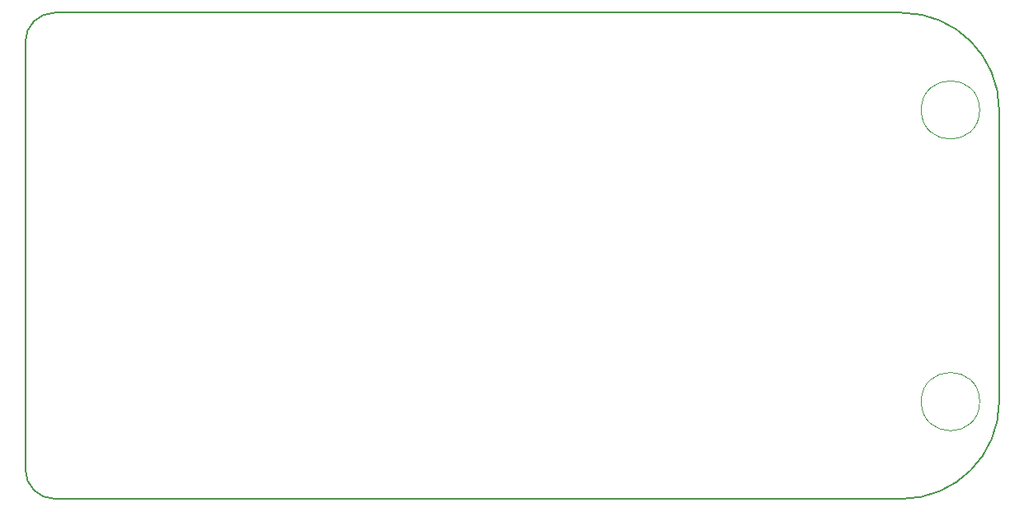
<source format=gbr>
G04 #@! TF.FileFunction,Profile,NP*
%FSLAX46Y46*%
G04 Gerber Fmt 4.6, Leading zero omitted, Abs format (unit mm)*
G04 Created by KiCad (PCBNEW (2015-08-30 BZR 6134, Git 4e94d52)-product) date 10/20/2015 9:06:25 PM*
%MOMM*%
G01*
G04 APERTURE LIST*
%ADD10C,0.100000*%
%ADD11C,0.200000*%
G04 APERTURE END LIST*
D10*
D11*
X140000000Y-100000000D02*
G75*
G03X150000000Y-90000000I0J10000000D01*
G01*
X150000000Y-60000000D02*
G75*
G03X140000000Y-50000000I-10000000J0D01*
G01*
X50000000Y-97000000D02*
G75*
G03X53000000Y-100000000I3000000J0D01*
G01*
X53000000Y-50000000D02*
G75*
G03X50000000Y-53000000I0J-3000000D01*
G01*
D10*
X148000000Y-60000000D02*
G75*
G03X148000000Y-60000000I-3000000J0D01*
G01*
X148000000Y-90000000D02*
G75*
G03X148000000Y-90000000I-3000000J0D01*
G01*
D11*
X50000000Y-53000000D02*
X50000000Y-97000000D01*
X53000000Y-100000000D02*
X140000000Y-100000000D01*
X150000000Y-60000000D02*
X150000000Y-90000000D01*
X53000000Y-50000000D02*
X140000000Y-50000000D01*
M02*

</source>
